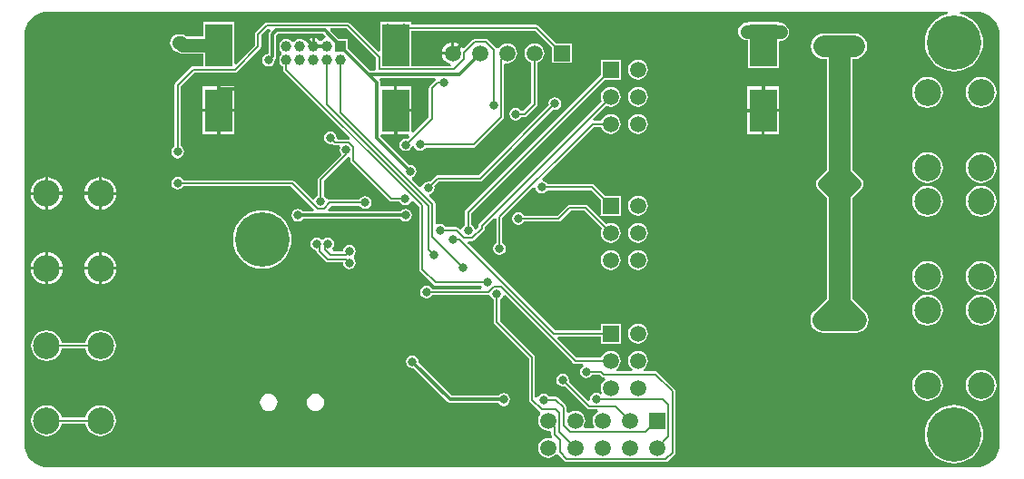
<source format=gbl>
%FSLAX24Y24*%
%MOIN*%
G70*
G01*
G75*
G04 Layer_Physical_Order=2*
G04 Layer_Color=16711680*
%ADD10R,0.0512X0.0394*%
%ADD11R,0.0354X0.0315*%
%ADD12R,0.0315X0.0354*%
%ADD13R,0.0394X0.0512*%
%ADD14O,0.0827X0.0276*%
%ADD15R,0.0790X0.0980*%
%ADD16R,0.0200X0.0940*%
%ADD17R,0.1350X0.1850*%
%ADD18R,0.0532X0.0846*%
%ADD19R,0.0394X0.0945*%
%ADD20R,0.2185X0.2677*%
%ADD21O,0.0827X0.0118*%
%ADD22O,0.0118X0.0827*%
%ADD23R,0.1378X0.0787*%
%ADD24R,0.0571X0.0236*%
%ADD25R,0.1575X0.1181*%
%ADD26R,0.0453X0.0236*%
%ADD27R,0.0236X0.0453*%
%ADD28R,0.0551X0.0433*%
%ADD29R,0.0433X0.0551*%
%ADD30R,0.2200X0.0830*%
%ADD31R,0.0984X0.1575*%
%ADD32C,0.0400*%
%ADD33C,0.0200*%
%ADD34C,0.0500*%
%ADD35C,0.0080*%
%ADD36C,0.0120*%
%ADD37C,0.0800*%
%ADD38C,0.0250*%
%ADD39C,0.0591*%
%ADD40R,0.0591X0.0591*%
%ADD41R,0.0591X0.0591*%
%ADD42C,0.2000*%
%ADD43C,0.0984*%
%ADD44R,0.0394X0.0394*%
%ADD45C,0.0394*%
%ADD46C,0.0320*%
G36*
X48102Y48492D02*
X48266Y48442D01*
X48418Y48361D01*
X48552Y48252D01*
X48661Y48118D01*
X48742Y47966D01*
X48792Y47802D01*
X48809Y47635D01*
X48808Y47630D01*
Y41690D01*
Y39770D01*
Y32630D01*
X48809Y32625D01*
X48792Y32458D01*
X48742Y32294D01*
X48661Y32142D01*
X48552Y32008D01*
X48418Y31899D01*
X48266Y31818D01*
X48102Y31768D01*
X47935Y31751D01*
X47930Y31752D01*
X13880D01*
X13875Y31751D01*
X13708Y31768D01*
X13544Y31818D01*
X13392Y31899D01*
X13258Y32008D01*
X13149Y32142D01*
X13068Y32294D01*
X13018Y32458D01*
X13001Y32625D01*
X13002Y32630D01*
Y47630D01*
X13001Y47635D01*
X13018Y47802D01*
X13068Y47966D01*
X13149Y48118D01*
X13258Y48252D01*
X13392Y48361D01*
X13544Y48442D01*
X13708Y48492D01*
X13875Y48509D01*
X13880Y48508D01*
X46901D01*
X46910Y48428D01*
X46798Y48401D01*
X46643Y48336D01*
X46499Y48248D01*
X46371Y48139D01*
X46262Y48011D01*
X46174Y47867D01*
X46109Y47712D01*
X46070Y47548D01*
X46057Y47380D01*
X46070Y47212D01*
X46109Y47048D01*
X46174Y46893D01*
X46262Y46749D01*
X46371Y46621D01*
X46499Y46512D01*
X46643Y46424D01*
X46798Y46359D01*
X46962Y46320D01*
X47130Y46307D01*
X47298Y46320D01*
X47462Y46359D01*
X47617Y46424D01*
X47761Y46512D01*
X47889Y46621D01*
X47998Y46749D01*
X48086Y46893D01*
X48151Y47048D01*
X48190Y47212D01*
X48203Y47380D01*
X48190Y47548D01*
X48151Y47712D01*
X48086Y47867D01*
X47998Y48011D01*
X47889Y48139D01*
X47761Y48248D01*
X47617Y48336D01*
X47462Y48401D01*
X47350Y48428D01*
X47359Y48508D01*
X47930D01*
X47935Y48509D01*
X48102Y48492D01*
D02*
G37*
%LPC*%
G36*
X35530Y39748D02*
X35435Y39736D01*
X35346Y39699D01*
X35269Y39641D01*
X35211Y39564D01*
X35174Y39475D01*
X35162Y39380D01*
X35174Y39285D01*
X35211Y39196D01*
X35269Y39119D01*
X35346Y39061D01*
X35435Y39024D01*
X35530Y39012D01*
X35625Y39024D01*
X35714Y39061D01*
X35791Y39119D01*
X35849Y39196D01*
X35886Y39285D01*
X35898Y39380D01*
X35886Y39475D01*
X35849Y39564D01*
X35791Y39641D01*
X35714Y39699D01*
X35625Y39736D01*
X35530Y39748D01*
D02*
G37*
G36*
X13770Y39664D02*
X13704Y39658D01*
X13592Y39624D01*
X13490Y39569D01*
X13399Y39495D01*
X13325Y39405D01*
X13270Y39302D01*
X13237Y39190D01*
X13230Y39124D01*
X13770D01*
Y39664D01*
D02*
G37*
G36*
X21730Y41203D02*
X21562Y41190D01*
X21398Y41151D01*
X21243Y41086D01*
X21099Y40998D01*
X20971Y40889D01*
X20862Y40761D01*
X20774Y40617D01*
X20709Y40462D01*
X20670Y40298D01*
X20657Y40130D01*
X20670Y39962D01*
X20709Y39798D01*
X20774Y39643D01*
X20862Y39499D01*
X20971Y39371D01*
X21099Y39262D01*
X21243Y39174D01*
X21398Y39109D01*
X21562Y39070D01*
X21730Y39057D01*
X21898Y39070D01*
X22062Y39109D01*
X22217Y39174D01*
X22361Y39262D01*
X22489Y39371D01*
X22598Y39499D01*
X22686Y39643D01*
X22751Y39798D01*
X22790Y39962D01*
X22803Y40130D01*
X22790Y40298D01*
X22751Y40462D01*
X22686Y40617D01*
X22598Y40761D01*
X22489Y40889D01*
X22361Y40998D01*
X22217Y41086D01*
X22062Y41151D01*
X21898Y41190D01*
X21730Y41203D01*
D02*
G37*
G36*
X15739Y39024D02*
X15199D01*
X15205Y38958D01*
X15239Y38846D01*
X15294Y38744D01*
X15368Y38653D01*
X15458Y38579D01*
X15561Y38524D01*
X15673Y38491D01*
X15739Y38484D01*
Y39024D01*
D02*
G37*
G36*
X14410D02*
X13870D01*
Y38484D01*
X13936Y38491D01*
X14048Y38524D01*
X14151Y38579D01*
X14241Y38653D01*
X14315Y38744D01*
X14370Y38846D01*
X14404Y38958D01*
X14410Y39024D01*
D02*
G37*
G36*
X34530Y39748D02*
X34435Y39736D01*
X34346Y39699D01*
X34269Y39641D01*
X34211Y39564D01*
X34174Y39475D01*
X34162Y39380D01*
X34174Y39285D01*
X34211Y39196D01*
X34269Y39119D01*
X34346Y39061D01*
X34435Y39024D01*
X34530Y39012D01*
X34625Y39024D01*
X34714Y39061D01*
X34791Y39119D01*
X34849Y39196D01*
X34886Y39285D01*
X34898Y39380D01*
X34886Y39475D01*
X34849Y39564D01*
X34791Y39641D01*
X34714Y39699D01*
X34625Y39736D01*
X34530Y39748D01*
D02*
G37*
G36*
X16379Y39024D02*
X15839D01*
Y38484D01*
X15905Y38491D01*
X16016Y38524D01*
X16119Y38579D01*
X16209Y38653D01*
X16283Y38744D01*
X16338Y38846D01*
X16372Y38958D01*
X16379Y39024D01*
D02*
G37*
G36*
X24150Y40215D02*
X24060Y40197D01*
X23984Y40146D01*
X23980Y40140D01*
X23900D01*
X23896Y40146D01*
X23820Y40197D01*
X23730Y40215D01*
X23640Y40197D01*
X23564Y40146D01*
X23513Y40070D01*
X23495Y39980D01*
X23513Y39890D01*
X23564Y39814D01*
X23640Y39763D01*
X23682Y39755D01*
X23738Y39705D01*
X23746Y39663D01*
X23771Y39626D01*
X24076Y39321D01*
X24076Y39321D01*
X24113Y39296D01*
X24155Y39288D01*
X24689D01*
X24695Y39280D01*
X24713Y39190D01*
X24764Y39114D01*
X24840Y39063D01*
X24930Y39045D01*
X25020Y39063D01*
X25096Y39114D01*
X25147Y39190D01*
X25165Y39280D01*
X25147Y39370D01*
X25096Y39446D01*
X25090Y39450D01*
Y39530D01*
X25096Y39534D01*
X25147Y39610D01*
X25165Y39700D01*
X25147Y39790D01*
X25096Y39866D01*
X25020Y39917D01*
X24930Y39935D01*
X24840Y39917D01*
X24764Y39866D01*
X24713Y39790D01*
X24695Y39700D01*
X24689Y39692D01*
X24354D01*
X24324Y39727D01*
X24316Y39814D01*
X24367Y39890D01*
X24385Y39980D01*
X24367Y40070D01*
X24316Y40146D01*
X24240Y40197D01*
X24150Y40215D01*
D02*
G37*
G36*
X46161Y42103D02*
X46015Y42084D01*
X45878Y42027D01*
X45761Y41937D01*
X45670Y41819D01*
X45614Y41683D01*
X45595Y41536D01*
X45614Y41389D01*
X45670Y41252D01*
X45761Y41135D01*
X45878Y41045D01*
X46015Y40988D01*
X46161Y40969D01*
X46308Y40988D01*
X46445Y41045D01*
X46562Y41135D01*
X46653Y41252D01*
X46709Y41389D01*
X46728Y41536D01*
X46709Y41683D01*
X46653Y41819D01*
X46562Y41937D01*
X46445Y42027D01*
X46308Y42084D01*
X46161Y42103D01*
D02*
G37*
G36*
X48130D02*
X47983Y42084D01*
X47847Y42027D01*
X47729Y41937D01*
X47639Y41819D01*
X47582Y41683D01*
X47563Y41536D01*
X47582Y41389D01*
X47639Y41252D01*
X47729Y41135D01*
X47847Y41045D01*
X47983Y40988D01*
X48130Y40969D01*
X48277Y40988D01*
X48413Y41045D01*
X48531Y41135D01*
X48621Y41252D01*
X48678Y41389D01*
X48697Y41536D01*
X48678Y41683D01*
X48621Y41819D01*
X48531Y41937D01*
X48413Y42027D01*
X48277Y42084D01*
X48130Y42103D01*
D02*
G37*
G36*
X35530Y40748D02*
X35435Y40736D01*
X35346Y40699D01*
X35269Y40641D01*
X35211Y40564D01*
X35174Y40475D01*
X35162Y40380D01*
X35174Y40285D01*
X35211Y40196D01*
X35269Y40119D01*
X35346Y40061D01*
X35435Y40024D01*
X35530Y40012D01*
X35625Y40024D01*
X35714Y40061D01*
X35791Y40119D01*
X35849Y40196D01*
X35886Y40285D01*
X35898Y40380D01*
X35886Y40475D01*
X35849Y40564D01*
X35791Y40641D01*
X35714Y40699D01*
X35625Y40736D01*
X35530Y40748D01*
D02*
G37*
G36*
X13870Y39664D02*
Y39124D01*
X14410D01*
X14404Y39190D01*
X14370Y39302D01*
X14315Y39405D01*
X14241Y39495D01*
X14151Y39569D01*
X14048Y39624D01*
X13936Y39658D01*
X13870Y39664D01*
D02*
G37*
G36*
X15739D02*
X15673Y39658D01*
X15561Y39624D01*
X15458Y39569D01*
X15368Y39495D01*
X15294Y39405D01*
X15239Y39302D01*
X15205Y39190D01*
X15199Y39124D01*
X15739D01*
Y39664D01*
D02*
G37*
G36*
X15839D02*
Y39124D01*
X16379D01*
X16372Y39190D01*
X16338Y39302D01*
X16283Y39405D01*
X16209Y39495D01*
X16119Y39569D01*
X16016Y39624D01*
X15905Y39658D01*
X15839Y39664D01*
D02*
G37*
G36*
X13770Y39024D02*
X13230D01*
X13237Y38958D01*
X13270Y38846D01*
X13325Y38744D01*
X13399Y38653D01*
X13490Y38579D01*
X13592Y38524D01*
X13704Y38491D01*
X13770Y38484D01*
Y39024D01*
D02*
G37*
G36*
X27250Y35875D02*
X27160Y35857D01*
X27084Y35806D01*
X27033Y35730D01*
X27015Y35640D01*
X27033Y35550D01*
X27084Y35474D01*
X27160Y35423D01*
X27250Y35405D01*
X27289Y35413D01*
X28546Y34156D01*
X28589Y34128D01*
X28640Y34117D01*
X30412D01*
X30434Y34084D01*
X30510Y34033D01*
X30600Y34015D01*
X30690Y34033D01*
X30766Y34084D01*
X30817Y34160D01*
X30835Y34250D01*
X30817Y34340D01*
X30766Y34416D01*
X30690Y34467D01*
X30600Y34485D01*
X30510Y34467D01*
X30434Y34416D01*
X30412Y34383D01*
X28695D01*
X27477Y35601D01*
X27485Y35640D01*
X27467Y35730D01*
X27416Y35806D01*
X27340Y35857D01*
X27250Y35875D01*
D02*
G37*
G36*
X46161Y35347D02*
X46015Y35328D01*
X45878Y35271D01*
X45761Y35181D01*
X45670Y35063D01*
X45614Y34927D01*
X45595Y34780D01*
X45614Y34633D01*
X45670Y34497D01*
X45761Y34379D01*
X45878Y34289D01*
X46015Y34232D01*
X46161Y34213D01*
X46308Y34232D01*
X46445Y34289D01*
X46562Y34379D01*
X46653Y34497D01*
X46709Y34633D01*
X46728Y34780D01*
X46709Y34927D01*
X46653Y35063D01*
X46562Y35181D01*
X46445Y35271D01*
X46308Y35328D01*
X46161Y35347D01*
D02*
G37*
G36*
X48130D02*
X47983Y35328D01*
X47847Y35271D01*
X47729Y35181D01*
X47639Y35063D01*
X47582Y34927D01*
X47563Y34780D01*
X47582Y34633D01*
X47639Y34497D01*
X47729Y34379D01*
X47847Y34289D01*
X47983Y34232D01*
X48130Y34213D01*
X48277Y34232D01*
X48413Y34289D01*
X48531Y34379D01*
X48621Y34497D01*
X48678Y34633D01*
X48697Y34780D01*
X48678Y34927D01*
X48621Y35063D01*
X48531Y35181D01*
X48413Y35271D01*
X48277Y35328D01*
X48130Y35347D01*
D02*
G37*
G36*
X23690Y34473D02*
X23606Y34462D01*
X23529Y34430D01*
X23462Y34378D01*
X23410Y34311D01*
X23378Y34234D01*
X23367Y34150D01*
X23378Y34066D01*
X23410Y33989D01*
X23462Y33922D01*
X23529Y33870D01*
X23606Y33838D01*
X23690Y33827D01*
X23774Y33838D01*
X23851Y33870D01*
X23918Y33922D01*
X23970Y33989D01*
X24002Y34066D01*
X24013Y34150D01*
X24002Y34234D01*
X23970Y34311D01*
X23918Y34378D01*
X23851Y34430D01*
X23774Y34462D01*
X23690Y34473D01*
D02*
G37*
G36*
X47130Y34053D02*
X46962Y34040D01*
X46798Y34001D01*
X46643Y33936D01*
X46499Y33848D01*
X46371Y33739D01*
X46262Y33611D01*
X46174Y33467D01*
X46109Y33312D01*
X46070Y33148D01*
X46057Y32980D01*
X46070Y32812D01*
X46109Y32648D01*
X46174Y32493D01*
X46262Y32349D01*
X46371Y32221D01*
X46499Y32112D01*
X46643Y32024D01*
X46798Y31959D01*
X46962Y31920D01*
X47130Y31907D01*
X47298Y31920D01*
X47462Y31959D01*
X47617Y32024D01*
X47761Y32112D01*
X47889Y32221D01*
X47998Y32349D01*
X48086Y32493D01*
X48151Y32648D01*
X48190Y32812D01*
X48203Y32980D01*
X48190Y33148D01*
X48151Y33312D01*
X48086Y33467D01*
X47998Y33611D01*
X47889Y33739D01*
X47761Y33848D01*
X47617Y33936D01*
X47462Y34001D01*
X47298Y34040D01*
X47130Y34053D01*
D02*
G37*
G36*
X15789Y34041D02*
X15642Y34022D01*
X15505Y33965D01*
X15388Y33875D01*
X15298Y33758D01*
X15241Y33621D01*
X15236Y33586D01*
X14372D01*
X14368Y33621D01*
X14311Y33758D01*
X14221Y33875D01*
X14104Y33965D01*
X13967Y34022D01*
X13820Y34041D01*
X13673Y34022D01*
X13537Y33965D01*
X13419Y33875D01*
X13329Y33758D01*
X13272Y33621D01*
X13253Y33474D01*
X13272Y33327D01*
X13329Y33191D01*
X13419Y33073D01*
X13537Y32983D01*
X13673Y32926D01*
X13820Y32907D01*
X13967Y32926D01*
X14104Y32983D01*
X14221Y33073D01*
X14311Y33191D01*
X14368Y33327D01*
X14372Y33362D01*
X15236D01*
X15241Y33327D01*
X15298Y33191D01*
X15388Y33073D01*
X15505Y32983D01*
X15642Y32926D01*
X15789Y32907D01*
X15935Y32926D01*
X16072Y32983D01*
X16190Y33073D01*
X16280Y33191D01*
X16336Y33327D01*
X16356Y33474D01*
X16336Y33621D01*
X16280Y33758D01*
X16190Y33875D01*
X16072Y33965D01*
X15935Y34022D01*
X15789Y34041D01*
D02*
G37*
G36*
X21970Y34473D02*
X21886Y34462D01*
X21809Y34430D01*
X21742Y34378D01*
X21690Y34311D01*
X21658Y34234D01*
X21647Y34150D01*
X21658Y34066D01*
X21690Y33989D01*
X21742Y33922D01*
X21809Y33870D01*
X21886Y33838D01*
X21970Y33827D01*
X22054Y33838D01*
X22131Y33870D01*
X22198Y33922D01*
X22250Y33989D01*
X22282Y34066D01*
X22293Y34150D01*
X22282Y34234D01*
X22250Y34311D01*
X22198Y34378D01*
X22131Y34430D01*
X22054Y34462D01*
X21970Y34473D01*
D02*
G37*
G36*
X48130Y38103D02*
X47983Y38084D01*
X47847Y38027D01*
X47729Y37937D01*
X47639Y37819D01*
X47582Y37683D01*
X47563Y37536D01*
X47582Y37389D01*
X47639Y37252D01*
X47729Y37135D01*
X47847Y37045D01*
X47983Y36988D01*
X48130Y36969D01*
X48277Y36988D01*
X48413Y37045D01*
X48531Y37135D01*
X48621Y37252D01*
X48678Y37389D01*
X48697Y37536D01*
X48678Y37683D01*
X48621Y37819D01*
X48531Y37937D01*
X48413Y38027D01*
X48277Y38084D01*
X48130Y38103D01*
D02*
G37*
G36*
X46161Y39347D02*
X46015Y39328D01*
X45878Y39271D01*
X45761Y39181D01*
X45670Y39063D01*
X45614Y38927D01*
X45595Y38780D01*
X45614Y38633D01*
X45670Y38497D01*
X45761Y38379D01*
X45878Y38289D01*
X46015Y38232D01*
X46161Y38213D01*
X46308Y38232D01*
X46445Y38289D01*
X46562Y38379D01*
X46653Y38497D01*
X46709Y38633D01*
X46728Y38780D01*
X46709Y38927D01*
X46653Y39063D01*
X46562Y39181D01*
X46445Y39271D01*
X46308Y39328D01*
X46161Y39347D01*
D02*
G37*
G36*
X48130D02*
X47983Y39328D01*
X47847Y39271D01*
X47729Y39181D01*
X47639Y39063D01*
X47582Y38927D01*
X47563Y38780D01*
X47582Y38633D01*
X47639Y38497D01*
X47729Y38379D01*
X47847Y38289D01*
X47983Y38232D01*
X48130Y38213D01*
X48277Y38232D01*
X48413Y38289D01*
X48531Y38379D01*
X48621Y38497D01*
X48678Y38633D01*
X48697Y38780D01*
X48678Y38927D01*
X48621Y39063D01*
X48531Y39181D01*
X48413Y39271D01*
X48277Y39328D01*
X48130Y39347D01*
D02*
G37*
G36*
X46161Y38103D02*
X46015Y38084D01*
X45878Y38027D01*
X45761Y37937D01*
X45670Y37819D01*
X45614Y37683D01*
X45595Y37536D01*
X45614Y37389D01*
X45670Y37252D01*
X45761Y37135D01*
X45878Y37045D01*
X46015Y36988D01*
X46161Y36969D01*
X46308Y36988D01*
X46445Y37045D01*
X46562Y37135D01*
X46653Y37252D01*
X46709Y37389D01*
X46728Y37536D01*
X46709Y37683D01*
X46653Y37819D01*
X46562Y37937D01*
X46445Y38027D01*
X46308Y38084D01*
X46161Y38103D01*
D02*
G37*
G36*
X35530Y37048D02*
X35435Y37036D01*
X35346Y36999D01*
X35269Y36941D01*
X35211Y36864D01*
X35174Y36775D01*
X35162Y36680D01*
X35174Y36585D01*
X35211Y36496D01*
X35269Y36419D01*
X35346Y36361D01*
X35435Y36324D01*
X35530Y36312D01*
X35625Y36324D01*
X35714Y36361D01*
X35791Y36419D01*
X35849Y36496D01*
X35886Y36585D01*
X35898Y36680D01*
X35886Y36775D01*
X35849Y36864D01*
X35791Y36941D01*
X35714Y36999D01*
X35625Y37036D01*
X35530Y37048D01*
D02*
G37*
G36*
X15789Y36797D02*
X15642Y36778D01*
X15505Y36721D01*
X15388Y36631D01*
X15298Y36513D01*
X15241Y36377D01*
X15236Y36342D01*
X14372D01*
X14368Y36377D01*
X14311Y36513D01*
X14221Y36631D01*
X14104Y36721D01*
X13967Y36778D01*
X13820Y36797D01*
X13673Y36778D01*
X13537Y36721D01*
X13419Y36631D01*
X13329Y36513D01*
X13272Y36377D01*
X13253Y36230D01*
X13272Y36083D01*
X13329Y35947D01*
X13419Y35829D01*
X13537Y35739D01*
X13673Y35682D01*
X13820Y35663D01*
X13967Y35682D01*
X14104Y35739D01*
X14221Y35829D01*
X14311Y35947D01*
X14368Y36083D01*
X14372Y36118D01*
X15236D01*
X15241Y36083D01*
X15298Y35947D01*
X15388Y35829D01*
X15505Y35739D01*
X15642Y35682D01*
X15789Y35663D01*
X15935Y35682D01*
X16072Y35739D01*
X16190Y35829D01*
X16280Y35947D01*
X16336Y36083D01*
X16356Y36230D01*
X16336Y36377D01*
X16280Y36513D01*
X16190Y36631D01*
X16072Y36721D01*
X15935Y36778D01*
X15789Y36797D01*
D02*
G37*
G36*
X43472Y47712D02*
X42358D01*
X42235Y47696D01*
X42120Y47648D01*
X42022Y47573D01*
X41947Y47475D01*
X41900Y47361D01*
X41883Y47238D01*
X41900Y47115D01*
X41947Y47001D01*
X42022Y46903D01*
X42120Y46827D01*
X42235Y46780D01*
X42358Y46764D01*
X42456D01*
Y42780D01*
Y42691D01*
X42137Y42373D01*
X42094Y42316D01*
X42067Y42250D01*
X42058Y42180D01*
X42067Y42110D01*
X42094Y42044D01*
X42137Y41987D01*
X42456Y41669D01*
Y41580D01*
Y37976D01*
X41995Y37515D01*
X41919Y37417D01*
X41872Y37303D01*
X41856Y37180D01*
X41872Y37057D01*
X41919Y36943D01*
X41995Y36845D01*
X42093Y36769D01*
X42207Y36722D01*
X42330Y36706D01*
X43530D01*
X43653Y36722D01*
X43767Y36769D01*
X43865Y36845D01*
X43941Y36943D01*
X43988Y37057D01*
X44004Y37180D01*
X43988Y37303D01*
X43941Y37417D01*
X43865Y37515D01*
X43404Y37976D01*
Y41580D01*
Y41669D01*
X43723Y41987D01*
X43766Y42044D01*
X43793Y42110D01*
X43794Y42118D01*
X43802Y42180D01*
X43794Y42242D01*
X43793Y42250D01*
X43766Y42316D01*
X43723Y42373D01*
X43404Y42691D01*
Y42780D01*
Y46764D01*
X43472D01*
X43595Y46780D01*
X43709Y46827D01*
X43807Y46903D01*
X43883Y47001D01*
X43930Y47115D01*
X43946Y47238D01*
X43930Y47361D01*
X43883Y47475D01*
X43807Y47573D01*
X43709Y47648D01*
X43595Y47696D01*
X43472Y47712D01*
D02*
G37*
G36*
X35530Y41748D02*
X35435Y41736D01*
X35346Y41699D01*
X35269Y41641D01*
X35211Y41564D01*
X35174Y41475D01*
X35162Y41380D01*
X35174Y41285D01*
X35211Y41196D01*
X35269Y41119D01*
X35346Y41061D01*
X35435Y41024D01*
X35530Y41012D01*
X35625Y41024D01*
X35714Y41061D01*
X35791Y41119D01*
X35849Y41196D01*
X35886Y41285D01*
X35898Y41380D01*
X35886Y41475D01*
X35849Y41564D01*
X35791Y41641D01*
X35714Y41699D01*
X35625Y41736D01*
X35530Y41748D01*
D02*
G37*
G36*
X27222Y45766D02*
X26680D01*
Y44928D01*
X27222D01*
Y45766D01*
D02*
G37*
G36*
X40080D02*
X39538D01*
Y44928D01*
X40080D01*
Y45766D01*
D02*
G37*
G36*
X40722D02*
X40180D01*
Y44928D01*
X40722D01*
Y45766D01*
D02*
G37*
G36*
X20722D02*
X20180D01*
Y44928D01*
X20722D01*
Y45766D01*
D02*
G37*
G36*
X35530Y44748D02*
X35435Y44736D01*
X35346Y44699D01*
X35269Y44641D01*
X35211Y44564D01*
X35174Y44475D01*
X35162Y44380D01*
X35174Y44285D01*
X35211Y44196D01*
X35269Y44119D01*
X35346Y44061D01*
X35435Y44024D01*
X35530Y44012D01*
X35625Y44024D01*
X35714Y44061D01*
X35791Y44119D01*
X35849Y44196D01*
X35886Y44285D01*
X35898Y44380D01*
X35886Y44475D01*
X35849Y44564D01*
X35791Y44641D01*
X35714Y44699D01*
X35625Y44736D01*
X35530Y44748D01*
D02*
G37*
G36*
X31730Y47348D02*
X31635Y47336D01*
X31546Y47299D01*
X31469Y47241D01*
X31411Y47164D01*
X31374Y47075D01*
X31362Y46980D01*
X31374Y46885D01*
X31411Y46796D01*
X31469Y46719D01*
X31546Y46661D01*
X31618Y46631D01*
Y45156D01*
X31316Y44855D01*
X31237Y44860D01*
X31206Y44906D01*
X31130Y44957D01*
X31040Y44975D01*
X30950Y44957D01*
X30874Y44906D01*
X30823Y44830D01*
X30805Y44740D01*
X30823Y44650D01*
X30874Y44574D01*
X30950Y44523D01*
X31040Y44505D01*
X31130Y44523D01*
X31206Y44574D01*
X31242Y44628D01*
X31360D01*
X31360Y44628D01*
X31403Y44636D01*
X31439Y44661D01*
X31809Y45031D01*
X31834Y45067D01*
X31842Y45110D01*
X31842Y45110D01*
Y46631D01*
X31914Y46661D01*
X31991Y46719D01*
X32049Y46796D01*
X32086Y46885D01*
X32098Y46980D01*
X32086Y47075D01*
X32049Y47164D01*
X31991Y47241D01*
X31914Y47299D01*
X31825Y47336D01*
X31730Y47348D01*
D02*
G37*
G36*
X20080Y45766D02*
X19538D01*
Y44928D01*
X20080D01*
Y45766D01*
D02*
G37*
G36*
X28680Y47372D02*
X28627Y47365D01*
X28531Y47325D01*
X28448Y47262D01*
X28385Y47179D01*
X28345Y47083D01*
X28338Y47030D01*
X28680D01*
Y47372D01*
D02*
G37*
G36*
X27192Y48137D02*
X26068D01*
Y47065D01*
X25994Y47035D01*
X24949Y48079D01*
X24913Y48104D01*
X24870Y48112D01*
X24870Y48112D01*
X21900D01*
X21857Y48104D01*
X21821Y48079D01*
X21821Y48079D01*
X21501Y47759D01*
X21476Y47723D01*
X21468Y47680D01*
X21468Y47680D01*
Y47266D01*
X20772Y46571D01*
X20692Y46604D01*
Y48137D01*
X19568D01*
Y47603D01*
X18948D01*
X18907Y47635D01*
X18829Y47667D01*
X18745Y47678D01*
X18670D01*
X18587Y47667D01*
X18509Y47635D01*
X18442Y47583D01*
X18391Y47516D01*
X18358Y47439D01*
X18347Y47355D01*
X18358Y47271D01*
X18391Y47194D01*
X18442Y47127D01*
X18509Y47075D01*
X18587Y47043D01*
X18606Y47041D01*
X18659Y47000D01*
X18737Y46968D01*
X18820Y46957D01*
X19568D01*
Y46492D01*
X19200D01*
X19200Y46492D01*
X19157Y46484D01*
X19121Y46459D01*
X19121Y46459D01*
X18551Y45889D01*
X18526Y45853D01*
X18518Y45810D01*
X18518Y45810D01*
Y43552D01*
X18464Y43516D01*
X18413Y43440D01*
X18395Y43350D01*
X18413Y43260D01*
X18464Y43184D01*
X18540Y43133D01*
X18630Y43115D01*
X18720Y43133D01*
X18796Y43184D01*
X18847Y43260D01*
X18865Y43350D01*
X18847Y43440D01*
X18796Y43516D01*
X18742Y43552D01*
Y45764D01*
X19246Y46268D01*
X20740D01*
X20740Y46268D01*
X20783Y46276D01*
X20819Y46301D01*
X21659Y47141D01*
X21659Y47141D01*
X21684Y47177D01*
X21692Y47220D01*
Y47634D01*
X21944Y47886D01*
X22012Y47879D01*
X22041Y47806D01*
X22010Y47775D01*
X21981Y47732D01*
X21971Y47681D01*
Y46955D01*
X21970Y46955D01*
X21880Y46937D01*
X21804Y46886D01*
X21753Y46810D01*
X21735Y46720D01*
X21753Y46630D01*
X21804Y46554D01*
X21880Y46503D01*
X21970Y46485D01*
X22060Y46503D01*
X22136Y46554D01*
X22187Y46630D01*
X22205Y46720D01*
X22197Y46759D01*
X22197Y46760D01*
X22226Y46803D01*
X22236Y46853D01*
Y47626D01*
X22295Y47685D01*
X23977D01*
X24060Y47602D01*
X24049Y47548D01*
X24034Y47516D01*
X23970Y47489D01*
X23908Y47442D01*
X23832D01*
X23770Y47489D01*
X23698Y47519D01*
X23670Y47523D01*
Y47230D01*
X23570D01*
Y47523D01*
X23543Y47519D01*
X23470Y47489D01*
X23408Y47442D01*
X23402Y47433D01*
X23310Y47420D01*
X23255Y47463D01*
X23190Y47490D01*
X23120Y47499D01*
X23050Y47490D01*
X22986Y47463D01*
X22930Y47420D01*
X22919Y47406D01*
X22822D01*
X22810Y47420D01*
X22755Y47463D01*
X22690Y47490D01*
X22620Y47499D01*
X22550Y47490D01*
X22486Y47463D01*
X22430Y47420D01*
X22387Y47365D01*
X22360Y47300D01*
X22351Y47230D01*
X22360Y47160D01*
X22387Y47095D01*
X22430Y47040D01*
X22444Y47029D01*
Y46931D01*
X22430Y46920D01*
X22387Y46865D01*
X22360Y46800D01*
X22351Y46730D01*
X22360Y46660D01*
X22387Y46595D01*
X22430Y46540D01*
X22486Y46497D01*
X22508Y46488D01*
Y46372D01*
X22508Y46372D01*
X22517Y46329D01*
X22541Y46292D01*
X24944Y43889D01*
X24931Y43845D01*
X24908Y43812D01*
X24533D01*
X24465Y43880D01*
X24447Y43970D01*
X24396Y44046D01*
X24320Y44097D01*
X24230Y44115D01*
X24140Y44097D01*
X24064Y44046D01*
X24013Y43970D01*
X23995Y43880D01*
X24013Y43790D01*
X24064Y43714D01*
X24140Y43663D01*
X24230Y43645D01*
X24293Y43658D01*
X24331Y43621D01*
X24331Y43621D01*
X24367Y43596D01*
X24410Y43588D01*
X24557D01*
X24591Y43508D01*
X24575Y43430D01*
X24593Y43340D01*
X24644Y43264D01*
X24646Y43245D01*
X23801Y42399D01*
X23776Y42363D01*
X23768Y42320D01*
X23768Y42320D01*
Y41732D01*
X23714Y41696D01*
X23670Y41630D01*
X23589Y41597D01*
X22907Y42279D01*
X22871Y42304D01*
X22828Y42312D01*
X22828Y42312D01*
X18832D01*
X18796Y42366D01*
X18720Y42417D01*
X18630Y42435D01*
X18540Y42417D01*
X18464Y42366D01*
X18413Y42290D01*
X18395Y42200D01*
X18413Y42110D01*
X18464Y42034D01*
X18540Y41983D01*
X18630Y41965D01*
X18720Y41983D01*
X18796Y42034D01*
X18832Y42088D01*
X22782D01*
X23637Y41233D01*
X23604Y41153D01*
X23228D01*
X23206Y41186D01*
X23130Y41237D01*
X23040Y41255D01*
X22950Y41237D01*
X22874Y41186D01*
X22823Y41110D01*
X22805Y41020D01*
X22823Y40930D01*
X22874Y40854D01*
X22950Y40803D01*
X23040Y40785D01*
X23130Y40803D01*
X23206Y40854D01*
X23228Y40887D01*
X26802D01*
X26824Y40854D01*
X26900Y40803D01*
X26990Y40785D01*
X27080Y40803D01*
X27156Y40854D01*
X27207Y40930D01*
X27225Y41020D01*
X27207Y41110D01*
X27156Y41186D01*
X27080Y41237D01*
X26990Y41255D01*
X26900Y41237D01*
X26824Y41186D01*
X26802Y41153D01*
X24156D01*
X24123Y41233D01*
X24268Y41378D01*
X25318D01*
X25354Y41324D01*
X25430Y41273D01*
X25520Y41255D01*
X25610Y41273D01*
X25686Y41324D01*
X25737Y41400D01*
X25755Y41490D01*
X25737Y41580D01*
X25686Y41656D01*
X25610Y41707D01*
X25520Y41725D01*
X25430Y41707D01*
X25354Y41656D01*
X25318Y41602D01*
X24222D01*
X24222Y41602D01*
X24183Y41594D01*
X24177Y41594D01*
X24099Y41619D01*
X24091Y41628D01*
X24046Y41696D01*
X23992Y41732D01*
Y42274D01*
X24888Y43169D01*
X24894Y43169D01*
X24968Y43144D01*
Y43030D01*
X24968Y43030D01*
X24976Y42987D01*
X25001Y42951D01*
X26401Y41551D01*
X26437Y41526D01*
X26480Y41518D01*
X26480Y41518D01*
X26778D01*
X26814Y41464D01*
X26890Y41413D01*
X26980Y41395D01*
X27070Y41413D01*
X27146Y41464D01*
X27190Y41530D01*
X27271Y41563D01*
X27498Y41335D01*
Y39040D01*
X27498Y39040D01*
X27506Y38997D01*
X27531Y38961D01*
X28021Y38471D01*
X28021Y38471D01*
X28057Y38446D01*
X28100Y38438D01*
X28100Y38438D01*
X29771D01*
X29808Y38388D01*
X29772Y38312D01*
X27972D01*
X27936Y38366D01*
X27860Y38417D01*
X27770Y38435D01*
X27680Y38417D01*
X27604Y38366D01*
X27553Y38290D01*
X27535Y38200D01*
X27553Y38110D01*
X27604Y38034D01*
X27680Y37983D01*
X27770Y37965D01*
X27860Y37983D01*
X27936Y38034D01*
X27972Y38088D01*
X30038D01*
X30038Y38088D01*
X30042Y38089D01*
X30133Y38042D01*
X30133Y38040D01*
X30184Y37964D01*
X30238Y37928D01*
Y37095D01*
X30238Y37095D01*
X30246Y37052D01*
X30271Y37016D01*
X31528Y35759D01*
Y34240D01*
X31528Y34240D01*
X31536Y34197D01*
X31561Y34161D01*
X31915Y33806D01*
X31915Y33806D01*
X31920Y33803D01*
X31925Y33796D01*
X31942Y33717D01*
X31940Y33702D01*
X31911Y33664D01*
X31874Y33575D01*
X31862Y33480D01*
X31874Y33385D01*
X31911Y33296D01*
X31969Y33219D01*
X32046Y33161D01*
X32135Y33124D01*
X32230Y33112D01*
X32270Y33117D01*
X32350Y33053D01*
Y32971D01*
X32350Y32971D01*
X32358Y32928D01*
X32376Y32902D01*
X32363Y32873D01*
X32325Y32836D01*
X32325Y32836D01*
X32230Y32848D01*
X32135Y32836D01*
X32046Y32799D01*
X31969Y32741D01*
X31911Y32664D01*
X31874Y32575D01*
X31862Y32480D01*
X31874Y32385D01*
X31911Y32296D01*
X31969Y32219D01*
X32046Y32161D01*
X32135Y32124D01*
X32230Y32112D01*
X32325Y32124D01*
X32414Y32161D01*
X32491Y32219D01*
X32495Y32226D01*
X32541Y32232D01*
X32596Y32225D01*
X32831Y31991D01*
X32831Y31991D01*
X32867Y31966D01*
X32910Y31958D01*
X32910Y31958D01*
X36550D01*
X36550Y31958D01*
X36593Y31966D01*
X36629Y31991D01*
X36869Y32231D01*
X36869Y32231D01*
X36894Y32267D01*
X36902Y32310D01*
Y34560D01*
X36894Y34603D01*
X36869Y34639D01*
X36869Y34639D01*
X36249Y35259D01*
X36213Y35284D01*
X36170Y35292D01*
X36170Y35292D01*
X35750D01*
X35740Y35312D01*
X35729Y35372D01*
X35791Y35419D01*
X35849Y35496D01*
X35886Y35585D01*
X35898Y35680D01*
X35886Y35775D01*
X35849Y35864D01*
X35791Y35941D01*
X35714Y35999D01*
X35625Y36036D01*
X35530Y36048D01*
X35435Y36036D01*
X35346Y35999D01*
X35269Y35941D01*
X35211Y35864D01*
X35174Y35775D01*
X35162Y35680D01*
X35174Y35585D01*
X35211Y35496D01*
X35269Y35419D01*
X35331Y35372D01*
X35320Y35312D01*
X35310Y35292D01*
X34750D01*
X34740Y35312D01*
X34729Y35372D01*
X34791Y35419D01*
X34849Y35496D01*
X34886Y35585D01*
X34898Y35680D01*
X34886Y35775D01*
X34849Y35864D01*
X34791Y35941D01*
X34714Y35999D01*
X34625Y36036D01*
X34530Y36048D01*
X34435Y36036D01*
X34346Y35999D01*
X34269Y35941D01*
X34211Y35864D01*
X34181Y35792D01*
X33276D01*
X32575Y36494D01*
X32605Y36568D01*
X34165D01*
Y36315D01*
X34895D01*
Y37045D01*
X34165D01*
Y36792D01*
X32489D01*
X29277Y40004D01*
X29307Y40078D01*
X29440D01*
X29440Y40078D01*
X29483Y40086D01*
X29519Y40111D01*
X29869Y40461D01*
X29869Y40461D01*
X29894Y40497D01*
X29902Y40540D01*
X29902Y40540D01*
Y40594D01*
X30248Y40939D01*
X30328Y40906D01*
Y40004D01*
X30274Y39968D01*
X30223Y39892D01*
X30205Y39802D01*
X30223Y39712D01*
X30274Y39636D01*
X30350Y39585D01*
X30440Y39568D01*
X30530Y39585D01*
X30606Y39636D01*
X30657Y39712D01*
X30675Y39802D01*
X30657Y39892D01*
X30606Y39968D01*
X30552Y40004D01*
Y40917D01*
X31677Y42043D01*
X31764Y42016D01*
X31773Y41970D01*
X31824Y41894D01*
X31900Y41843D01*
X31990Y41825D01*
X32080Y41843D01*
X32156Y41894D01*
X32192Y41948D01*
X33804D01*
X34165Y41587D01*
Y41095D01*
Y41095D01*
Y41094D01*
X34165Y41077D01*
X34155Y41008D01*
X34151Y41005D01*
X34138Y40992D01*
X34107Y40962D01*
X33689Y41379D01*
X33653Y41404D01*
X33610Y41412D01*
X33610Y41412D01*
X33018D01*
X32975Y41404D01*
X32939Y41379D01*
X32939Y41379D01*
X32572Y41012D01*
X31342D01*
X31306Y41066D01*
X31230Y41117D01*
X31140Y41135D01*
X31050Y41117D01*
X30974Y41066D01*
X30923Y40990D01*
X30905Y40900D01*
X30923Y40810D01*
X30974Y40734D01*
X31050Y40683D01*
X31140Y40665D01*
X31230Y40683D01*
X31306Y40734D01*
X31342Y40788D01*
X32618D01*
X32618Y40788D01*
X32661Y40796D01*
X32697Y40821D01*
X33065Y41188D01*
X33564D01*
X34204Y40547D01*
X34174Y40475D01*
X34162Y40380D01*
X34174Y40285D01*
X34211Y40196D01*
X34269Y40119D01*
X34346Y40061D01*
X34435Y40024D01*
X34530Y40012D01*
X34625Y40024D01*
X34714Y40061D01*
X34791Y40119D01*
X34849Y40196D01*
X34886Y40285D01*
X34898Y40380D01*
X34886Y40475D01*
X34849Y40564D01*
X34791Y40641D01*
X34714Y40699D01*
X34625Y40736D01*
X34530Y40748D01*
X34435Y40736D01*
X34363Y40706D01*
X34112Y40957D01*
X34142Y40988D01*
X34155Y41002D01*
X34158Y41005D01*
X34227Y41015D01*
X34244Y41015D01*
X34245D01*
X34245D01*
X34895D01*
Y41745D01*
X34323D01*
X33929Y42139D01*
X33893Y42164D01*
X33850Y42172D01*
X33850Y42172D01*
X32192D01*
X32156Y42226D01*
X32080Y42277D01*
X32034Y42286D01*
X32007Y42373D01*
X33903Y44268D01*
X34181D01*
X34211Y44196D01*
X34269Y44119D01*
X34346Y44061D01*
X34435Y44024D01*
X34530Y44012D01*
X34625Y44024D01*
X34714Y44061D01*
X34791Y44119D01*
X34849Y44196D01*
X34886Y44285D01*
X34898Y44380D01*
X34886Y44475D01*
X34849Y44564D01*
X34791Y44641D01*
X34714Y44699D01*
X34625Y44736D01*
X34530Y44748D01*
X34435Y44736D01*
X34346Y44699D01*
X34269Y44641D01*
X34211Y44564D01*
X34181Y44492D01*
X33914D01*
X33881Y44572D01*
X34363Y45054D01*
X34435Y45024D01*
X34530Y45012D01*
X34625Y45024D01*
X34714Y45061D01*
X34791Y45119D01*
X34849Y45196D01*
X34886Y45285D01*
X34898Y45380D01*
X34886Y45475D01*
X34849Y45564D01*
X34791Y45641D01*
X34714Y45699D01*
X34625Y45736D01*
X34530Y45748D01*
X34435Y45736D01*
X34346Y45699D01*
X34269Y45641D01*
X34211Y45564D01*
X34174Y45475D01*
X34162Y45380D01*
X34174Y45285D01*
X34204Y45213D01*
X29711Y40719D01*
X29686Y40683D01*
X29678Y40640D01*
X29678Y40640D01*
Y40586D01*
X29597Y40506D01*
X29510Y40532D01*
X29507Y40550D01*
X29456Y40626D01*
X29402Y40662D01*
Y41094D01*
X34323Y46015D01*
X34895D01*
Y46745D01*
X34165D01*
Y46173D01*
X29211Y41219D01*
X29186Y41183D01*
X29178Y41140D01*
X29178Y41140D01*
Y40662D01*
X29124Y40626D01*
X29073Y40550D01*
X29071Y40540D01*
X28985Y40514D01*
X28949Y40549D01*
X28913Y40574D01*
X28870Y40582D01*
X28870Y40582D01*
X28462D01*
X28426Y40636D01*
X28350Y40687D01*
X28260Y40705D01*
X28180Y40689D01*
X28148Y40698D01*
X28100Y40724D01*
Y41428D01*
X28100Y41428D01*
X28092Y41471D01*
X28067Y41507D01*
X28067Y41507D01*
X27856Y41719D01*
X27882Y41806D01*
X27920Y41813D01*
X27996Y41864D01*
X28047Y41940D01*
X28065Y42030D01*
X28052Y42093D01*
X28226Y42268D01*
X29730D01*
X29730Y42268D01*
X29773Y42276D01*
X29809Y42301D01*
X32417Y44908D01*
X32480Y44895D01*
X32570Y44913D01*
X32646Y44964D01*
X32697Y45040D01*
X32715Y45130D01*
X32697Y45220D01*
X32646Y45296D01*
X32570Y45347D01*
X32480Y45365D01*
X32390Y45347D01*
X32314Y45296D01*
X32263Y45220D01*
X32245Y45130D01*
X32258Y45067D01*
X29684Y42492D01*
X28180D01*
X28180Y42492D01*
X28137Y42484D01*
X28101Y42459D01*
X28101Y42459D01*
X27893Y42252D01*
X27830Y42265D01*
X27740Y42247D01*
X27664Y42196D01*
X27613Y42120D01*
X27606Y42082D01*
X27519Y42056D01*
X27232Y42343D01*
X27254Y42428D01*
X27257Y42431D01*
X27330Y42480D01*
X27381Y42556D01*
X27399Y42646D01*
X27381Y42735D01*
X27330Y42811D01*
X27254Y42862D01*
X27164Y42880D01*
X27125Y42872D01*
X26086Y43911D01*
X26106Y43991D01*
X26580D01*
Y44878D01*
Y45766D01*
X26073D01*
Y45910D01*
X26062Y45961D01*
X26036Y46000D01*
X26044Y46035D01*
X26062Y46080D01*
X28065D01*
X28112Y46006D01*
X28112Y46000D01*
X28081Y45979D01*
X28081Y45979D01*
X27881Y45779D01*
X27856Y45743D01*
X27848Y45700D01*
X27848Y45700D01*
Y44616D01*
X27302Y44071D01*
X27222Y44104D01*
Y44828D01*
X26680D01*
Y43991D01*
X27109D01*
X27142Y43911D01*
X27063Y43832D01*
X27000Y43845D01*
X26910Y43827D01*
X26834Y43776D01*
X26783Y43700D01*
X26765Y43610D01*
X26783Y43520D01*
X26834Y43444D01*
X26910Y43393D01*
X27000Y43375D01*
X27090Y43393D01*
X27166Y43444D01*
X27217Y43520D01*
X27225Y43563D01*
X27307D01*
X27313Y43530D01*
X27364Y43454D01*
X27440Y43403D01*
X27530Y43385D01*
X27620Y43403D01*
X27696Y43454D01*
X27732Y43508D01*
X29490D01*
X29490Y43508D01*
X29533Y43516D01*
X29569Y43541D01*
X30579Y44551D01*
X30579Y44551D01*
X30604Y44587D01*
X30612Y44630D01*
X30612Y44630D01*
Y46552D01*
X30692Y46617D01*
X30730Y46612D01*
X30825Y46624D01*
X30914Y46661D01*
X30991Y46719D01*
X31049Y46796D01*
X31086Y46885D01*
X31098Y46980D01*
X31086Y47075D01*
X31049Y47164D01*
X30991Y47241D01*
X30914Y47299D01*
X30825Y47336D01*
X30730Y47348D01*
X30635Y47336D01*
X30546Y47299D01*
X30469Y47241D01*
X30413Y47166D01*
X30378Y47160D01*
X30325Y47166D01*
X30309Y47189D01*
X30309Y47189D01*
X30034Y47465D01*
X29998Y47489D01*
X29955Y47497D01*
X29955Y47497D01*
X29535D01*
X29492Y47489D01*
X29456Y47465D01*
X29456Y47465D01*
X29154Y47163D01*
X29108Y47172D01*
X29068Y47189D01*
X29012Y47262D01*
X28929Y47325D01*
X28833Y47365D01*
X28780Y47372D01*
Y46980D01*
X28730D01*
Y46930D01*
X28338D01*
X28345Y46877D01*
X28385Y46781D01*
X28448Y46698D01*
X28531Y46635D01*
X28622Y46597D01*
X28628Y46593D01*
X28660Y46510D01*
X28650Y46495D01*
X27192D01*
Y47798D01*
X31754D01*
X32365Y47187D01*
Y46615D01*
X33095D01*
Y47345D01*
X32523D01*
X31879Y47989D01*
X31843Y48014D01*
X31800Y48022D01*
X31800Y48022D01*
X27192D01*
Y48137D01*
D02*
G37*
G36*
X40692D02*
X39568D01*
Y48103D01*
X39530D01*
X39446Y48092D01*
X39369Y48060D01*
X39302Y48008D01*
X39250Y47941D01*
X39218Y47864D01*
X39207Y47780D01*
X39218Y47696D01*
X39250Y47619D01*
X39302Y47552D01*
X39369Y47500D01*
X39446Y47468D01*
X39530Y47457D01*
X39568D01*
Y46423D01*
X40692D01*
Y47378D01*
X40752Y47431D01*
X40760Y47430D01*
X40843Y47441D01*
X40921Y47473D01*
X40988Y47524D01*
X41039Y47591D01*
X41072Y47669D01*
X41083Y47752D01*
X41072Y47836D01*
X41039Y47914D01*
X40988Y47981D01*
X40961Y48008D01*
X40894Y48060D01*
X40816Y48092D01*
X40732Y48103D01*
X40692D01*
Y48137D01*
D02*
G37*
G36*
X35530Y46748D02*
X35435Y46736D01*
X35346Y46699D01*
X35269Y46641D01*
X35211Y46564D01*
X35174Y46475D01*
X35162Y46380D01*
X35174Y46285D01*
X35211Y46196D01*
X35269Y46119D01*
X35346Y46061D01*
X35435Y46024D01*
X35530Y46012D01*
X35625Y46024D01*
X35714Y46061D01*
X35791Y46119D01*
X35849Y46196D01*
X35886Y46285D01*
X35898Y46380D01*
X35886Y46475D01*
X35849Y46564D01*
X35791Y46641D01*
X35714Y46699D01*
X35625Y46736D01*
X35530Y46748D01*
D02*
G37*
G36*
X46161Y46103D02*
X46015Y46084D01*
X45878Y46027D01*
X45761Y45937D01*
X45670Y45819D01*
X45614Y45683D01*
X45595Y45536D01*
X45614Y45389D01*
X45670Y45252D01*
X45761Y45135D01*
X45878Y45045D01*
X46015Y44988D01*
X46161Y44969D01*
X46308Y44988D01*
X46445Y45045D01*
X46562Y45135D01*
X46653Y45252D01*
X46709Y45389D01*
X46728Y45536D01*
X46709Y45683D01*
X46653Y45819D01*
X46562Y45937D01*
X46445Y46027D01*
X46308Y46084D01*
X46161Y46103D01*
D02*
G37*
G36*
X48130D02*
X47983Y46084D01*
X47847Y46027D01*
X47729Y45937D01*
X47639Y45819D01*
X47582Y45683D01*
X47563Y45536D01*
X47582Y45389D01*
X47639Y45252D01*
X47729Y45135D01*
X47847Y45045D01*
X47983Y44988D01*
X48130Y44969D01*
X48277Y44988D01*
X48413Y45045D01*
X48531Y45135D01*
X48621Y45252D01*
X48678Y45389D01*
X48697Y45536D01*
X48678Y45683D01*
X48621Y45819D01*
X48531Y45937D01*
X48413Y46027D01*
X48277Y46084D01*
X48130Y46103D01*
D02*
G37*
G36*
X35530Y45748D02*
X35435Y45736D01*
X35346Y45699D01*
X35269Y45641D01*
X35211Y45564D01*
X35174Y45475D01*
X35162Y45380D01*
X35174Y45285D01*
X35211Y45196D01*
X35269Y45119D01*
X35346Y45061D01*
X35435Y45024D01*
X35530Y45012D01*
X35625Y45024D01*
X35714Y45061D01*
X35791Y45119D01*
X35849Y45196D01*
X35886Y45285D01*
X35898Y45380D01*
X35886Y45475D01*
X35849Y45564D01*
X35791Y45641D01*
X35714Y45699D01*
X35625Y45736D01*
X35530Y45748D01*
D02*
G37*
G36*
X13770Y42420D02*
X13704Y42414D01*
X13592Y42380D01*
X13490Y42325D01*
X13399Y42251D01*
X13325Y42161D01*
X13270Y42058D01*
X13237Y41946D01*
X13230Y41880D01*
X13770D01*
Y42420D01*
D02*
G37*
G36*
X13870D02*
Y41880D01*
X14410D01*
X14404Y41946D01*
X14370Y42058D01*
X14315Y42161D01*
X14241Y42251D01*
X14151Y42325D01*
X14048Y42380D01*
X13936Y42414D01*
X13870Y42420D01*
D02*
G37*
G36*
X15739D02*
X15673Y42414D01*
X15561Y42380D01*
X15458Y42325D01*
X15368Y42251D01*
X15294Y42161D01*
X15239Y42058D01*
X15205Y41946D01*
X15199Y41880D01*
X15739D01*
Y42420D01*
D02*
G37*
G36*
X16379Y41780D02*
X15839D01*
Y41240D01*
X15905Y41246D01*
X16016Y41280D01*
X16119Y41335D01*
X16209Y41409D01*
X16283Y41499D01*
X16338Y41602D01*
X16372Y41714D01*
X16379Y41780D01*
D02*
G37*
G36*
X13770D02*
X13230D01*
X13237Y41714D01*
X13270Y41602D01*
X13325Y41499D01*
X13399Y41409D01*
X13490Y41335D01*
X13592Y41280D01*
X13704Y41246D01*
X13770Y41240D01*
Y41780D01*
D02*
G37*
G36*
X14410D02*
X13870D01*
Y41240D01*
X13936Y41246D01*
X14048Y41280D01*
X14151Y41335D01*
X14241Y41409D01*
X14315Y41499D01*
X14370Y41602D01*
X14404Y41714D01*
X14410Y41780D01*
D02*
G37*
G36*
X15739D02*
X15199D01*
X15205Y41714D01*
X15239Y41602D01*
X15294Y41499D01*
X15368Y41409D01*
X15458Y41335D01*
X15561Y41280D01*
X15673Y41246D01*
X15739Y41240D01*
Y41780D01*
D02*
G37*
G36*
X20722Y44828D02*
X20180D01*
Y43991D01*
X20722D01*
Y44828D01*
D02*
G37*
G36*
X20080D02*
X19538D01*
Y43991D01*
X20080D01*
Y44828D01*
D02*
G37*
G36*
X40722D02*
X40180D01*
Y43991D01*
X40722D01*
Y44828D01*
D02*
G37*
G36*
X40080D02*
X39538D01*
Y43991D01*
X40080D01*
Y44828D01*
D02*
G37*
G36*
X46161Y43347D02*
X46015Y43328D01*
X45878Y43271D01*
X45761Y43181D01*
X45670Y43063D01*
X45614Y42927D01*
X45595Y42780D01*
X45614Y42633D01*
X45670Y42497D01*
X45761Y42379D01*
X45878Y42289D01*
X46015Y42232D01*
X46161Y42213D01*
X46308Y42232D01*
X46445Y42289D01*
X46562Y42379D01*
X46653Y42497D01*
X46709Y42633D01*
X46728Y42780D01*
X46709Y42927D01*
X46653Y43063D01*
X46562Y43181D01*
X46445Y43271D01*
X46308Y43328D01*
X46161Y43347D01*
D02*
G37*
G36*
X15839Y42420D02*
Y41880D01*
X16379D01*
X16372Y41946D01*
X16338Y42058D01*
X16283Y42161D01*
X16209Y42251D01*
X16119Y42325D01*
X16016Y42380D01*
X15905Y42414D01*
X15839Y42420D01*
D02*
G37*
G36*
X48130Y43347D02*
X47983Y43328D01*
X47847Y43271D01*
X47729Y43181D01*
X47639Y43063D01*
X47582Y42927D01*
X47563Y42780D01*
X47582Y42633D01*
X47639Y42497D01*
X47729Y42379D01*
X47847Y42289D01*
X47983Y42232D01*
X48130Y42213D01*
X48277Y42232D01*
X48413Y42289D01*
X48531Y42379D01*
X48621Y42497D01*
X48678Y42633D01*
X48697Y42780D01*
X48678Y42927D01*
X48621Y43063D01*
X48531Y43181D01*
X48413Y43271D01*
X48277Y43328D01*
X48130Y43347D01*
D02*
G37*
%LPD*%
G36*
X33151Y35601D02*
X33151Y35601D01*
X33187Y35576D01*
X33230Y35568D01*
X33230Y35568D01*
X33514D01*
X33521Y35548D01*
X33527Y35488D01*
X33464Y35446D01*
X33413Y35370D01*
X33395Y35280D01*
X33413Y35190D01*
X33464Y35114D01*
X33540Y35063D01*
X33630Y35045D01*
X33720Y35063D01*
X33796Y35114D01*
X33832Y35168D01*
X34134D01*
X34201Y35101D01*
X34201Y35101D01*
X34237Y35076D01*
X34280Y35068D01*
X34310D01*
X34320Y35048D01*
X34331Y34988D01*
X34269Y34941D01*
X34211Y34864D01*
X34174Y34775D01*
X34162Y34680D01*
X34174Y34585D01*
X34211Y34496D01*
X34147Y34448D01*
X34090Y34487D01*
X34000Y34505D01*
X33910Y34487D01*
X33834Y34436D01*
X33783Y34360D01*
X33765Y34270D01*
X33771Y34240D01*
X33698Y34201D01*
X32992Y34907D01*
X33005Y34970D01*
X32987Y35060D01*
X32936Y35136D01*
X32860Y35187D01*
X32770Y35204D01*
X32680Y35187D01*
X32604Y35136D01*
X32553Y35060D01*
X32535Y34970D01*
X32553Y34880D01*
X32604Y34804D01*
X32680Y34753D01*
X32770Y34735D01*
X32833Y34748D01*
X33661Y33921D01*
X33661Y33921D01*
X33697Y33896D01*
X33740Y33888D01*
X33740Y33888D01*
X34051D01*
X34067Y33808D01*
X34046Y33799D01*
X33969Y33741D01*
X33911Y33664D01*
X33874Y33575D01*
X33862Y33480D01*
X33874Y33385D01*
X33911Y33296D01*
X33937Y33262D01*
X33897Y33182D01*
X33563D01*
X33523Y33262D01*
X33549Y33296D01*
X33586Y33385D01*
X33598Y33480D01*
X33586Y33575D01*
X33549Y33664D01*
X33491Y33741D01*
X33414Y33799D01*
X33325Y33836D01*
X33230Y33848D01*
X33135Y33836D01*
X33046Y33799D01*
X32994Y33759D01*
X32914Y33793D01*
Y33951D01*
X32914Y33951D01*
X32906Y33994D01*
X32881Y34031D01*
X32593Y34319D01*
X32556Y34344D01*
X32513Y34352D01*
X32513Y34352D01*
X32272D01*
X32236Y34406D01*
X32160Y34457D01*
X32070Y34475D01*
X31980Y34457D01*
X31904Y34406D01*
X31877Y34365D01*
X31787Y34340D01*
X31774Y34342D01*
X31752Y34358D01*
Y35805D01*
X31744Y35848D01*
X31719Y35884D01*
X31719Y35884D01*
X30462Y37141D01*
Y37928D01*
X30516Y37964D01*
X30567Y38040D01*
X30572Y38066D01*
X30659Y38093D01*
X33151Y35601D01*
D02*
G37*
G36*
X25916Y46796D02*
Y46383D01*
X25885Y46345D01*
X25692D01*
X24887Y47151D01*
Y47497D01*
X24541D01*
X24224Y47814D01*
X24254Y47888D01*
X24824D01*
X25916Y46796D01*
D02*
G37*
D31*
X20130Y44878D02*
D03*
Y47280D02*
D03*
X26630Y44878D02*
D03*
Y47280D02*
D03*
X40130Y44878D02*
D03*
Y47280D02*
D03*
D32*
X42330Y42180D02*
X42930Y41580D01*
X42330Y42180D02*
X42930Y42780D01*
Y41580D02*
X43530Y42180D01*
X42930Y42780D02*
X43530Y42180D01*
X42930D02*
X43530D01*
X42330D02*
X42930D01*
D34*
X18820Y47280D02*
X19830D01*
X18745Y47355D02*
X18820Y47280D01*
X18670Y47355D02*
X18745D01*
X40732Y47780D02*
X40760Y47752D01*
X39530Y47780D02*
X40130D01*
X40732D01*
D35*
X29730Y42380D02*
X32480Y45130D01*
X28180Y42380D02*
X29730D01*
X27830Y42030D02*
X28180Y42380D01*
X31640Y34240D02*
Y35805D01*
X30350Y37095D02*
X31640Y35805D01*
X30350Y37095D02*
Y38130D01*
X27770Y38200D02*
X30038D01*
X30238Y38400D01*
X30510D01*
X33230Y35680D01*
X34530D01*
X28982Y40140D02*
X32442Y36680D01*
X28740Y40140D02*
X28982D01*
X32442Y36680D02*
X34530D01*
X31640Y34240D02*
X31995Y33885D01*
X32510D01*
X20130Y35580D02*
X20330D01*
X33850Y42060D02*
X34530Y41380D01*
X31990Y42060D02*
X33850D01*
X33018Y41300D02*
X33610D01*
X34530Y40380D01*
X32618Y40900D02*
X33018Y41300D01*
X31140Y40900D02*
X32618D01*
X27838Y39762D02*
X28040Y39560D01*
X27838Y39762D02*
Y41366D01*
X24222Y41490D02*
X25520D01*
X23992Y41260D02*
X24222Y41490D01*
X23768Y41260D02*
X23992D01*
X22828Y42200D02*
X23768Y41260D01*
X23880Y41530D02*
Y42320D01*
X24620Y44796D02*
X27988Y41428D01*
X24120Y45084D02*
X27838Y41366D01*
X27610Y39040D02*
Y41382D01*
X22620Y46372D02*
X27610Y41382D01*
X27988Y40246D02*
Y41428D01*
X27610Y39040D02*
X28100Y38550D01*
X27988Y40246D02*
X29119Y39115D01*
X24620Y44796D02*
Y46730D01*
X24120Y45084D02*
Y46730D01*
X22620Y46372D02*
Y46730D01*
X28260Y40470D02*
X28870D01*
X31360Y44740D02*
X31730Y45110D01*
X31040Y44740D02*
X31360D01*
X31730Y45110D02*
Y46980D01*
X27000Y43610D02*
X27960Y44570D01*
X27530Y43620D02*
X29490D01*
X25080Y43030D02*
X26480Y41630D01*
X30440Y40964D02*
X33856Y44380D01*
X30500Y44630D02*
Y46750D01*
X29490Y43620D02*
X30500Y44630D01*
X30230Y45056D02*
Y47110D01*
X28160Y45900D02*
X28400D01*
X28768Y46383D02*
X29140Y46755D01*
X26028Y46383D02*
X28768D01*
X26480Y41630D02*
X26980D01*
X25080Y43030D02*
Y43542D01*
X24922Y43700D02*
X25080Y43542D01*
X26630Y47280D02*
Y47603D01*
Y47910D01*
X24410Y43700D02*
X24922D01*
X24230Y43880D02*
X24410Y43700D01*
X33630Y35280D02*
X34180D01*
X34280Y35180D01*
X24030Y39780D02*
Y39860D01*
X24810Y39580D02*
X24930Y39700D01*
X24030Y39780D02*
X24230Y39580D01*
X24810D01*
X24030Y39860D02*
X24150Y39980D01*
X23850Y39705D02*
Y39860D01*
X24810Y39400D02*
X24930Y39280D01*
X23850Y39705D02*
X24155Y39400D01*
X24810D01*
X23730Y39980D02*
X23850Y39860D01*
X37768Y45243D02*
X37817D01*
X18380Y40030D02*
X18630Y40280D01*
X19130D01*
X18130Y40780D02*
X18630D01*
X19130D01*
X13820Y33474D02*
X15789D01*
X13820Y36230D02*
X15789D01*
X28100Y38550D02*
X30000D01*
X27960Y44570D02*
Y45700D01*
X28160Y45900D01*
X30500Y46750D02*
X30730Y46980D01*
X32770Y34970D02*
X33740Y34000D01*
X34710D01*
X35230Y33480D01*
X24810Y43250D02*
Y43430D01*
X28870Y40470D02*
X29150Y40190D01*
X29440D01*
X29790Y40540D01*
Y40640D01*
X34530Y45380D01*
X29290Y40460D02*
Y41140D01*
X34530Y46380D01*
X30440Y39802D02*
Y40964D01*
X33856Y44380D02*
X34530D01*
X32510Y33885D02*
X32635Y33760D01*
Y33075D02*
Y33760D01*
Y33075D02*
X33230Y32480D01*
X35820Y33070D02*
X36230Y33480D01*
X33030Y33070D02*
X35820D01*
X32802Y33298D02*
X33030Y33070D01*
X32802Y33298D02*
Y33951D01*
X32513Y34240D02*
X32802Y33951D01*
X32070Y34240D02*
X32513D01*
X32230Y33480D02*
X32462Y33248D01*
Y32971D02*
Y33248D01*
Y32971D02*
X32662Y32770D01*
Y32318D02*
Y32770D01*
Y32318D02*
X32910Y32070D01*
X36550D01*
X36790Y32310D01*
Y34560D01*
X36170Y35180D02*
X36790Y34560D01*
X34280Y35180D02*
X36170D01*
X34000Y34270D02*
X36450D01*
X36640Y34080D01*
Y32890D02*
Y34080D01*
X36230Y32480D02*
X36640Y32890D01*
X31800Y47910D02*
X32730Y46980D01*
X18630Y43350D02*
Y45810D01*
X19200Y46380D01*
X20740D01*
X21580Y47220D01*
Y47680D01*
X21900Y48000D01*
X24870D01*
X26028Y46842D01*
Y46383D02*
Y46842D01*
X29140Y46755D02*
Y46990D01*
X29535Y47385D01*
X29955D01*
X30230Y47110D01*
X22820Y36867D02*
X23533Y37580D01*
X23930D01*
X21617Y36867D02*
X22820D01*
X20330Y35580D02*
X21617Y36867D01*
X26333Y47900D02*
X26630Y47603D01*
X19830Y47280D02*
X20130D01*
X40130Y47780D02*
X40158Y47752D01*
X18630Y42200D02*
X22828D01*
X23880Y42320D02*
X24810Y43250D01*
X26630Y47910D02*
X31800D01*
X40158Y47752D02*
X40760D01*
D36*
X19220Y40870D02*
X20000D01*
X19130Y40780D02*
X19220Y40870D01*
X23040Y41020D02*
X26990D01*
X30120Y43320D02*
X30670Y43870D01*
X26830Y43320D02*
X30120D01*
X30670Y43870D02*
Y45060D01*
X26630Y43520D02*
X26830Y43320D01*
X25940Y43870D02*
X27164Y42646D01*
X26630Y43520D02*
Y44878D01*
X25638Y46213D02*
X28963D01*
X29730Y46980D01*
X25940Y43870D02*
Y45910D01*
X13820Y41830D02*
X15789D01*
X23620Y47230D02*
X24120D01*
X20300Y45930D02*
X21930D01*
X21970Y46720D02*
X22103Y46853D01*
Y47681D01*
X22240Y47818D01*
X24032D01*
X24620Y47230D01*
X19600Y41250D02*
X20430D01*
X39030Y37780D02*
Y38358D01*
Y37780D02*
X39722Y37088D01*
X38806Y45050D02*
X38976Y44880D01*
X29305Y47555D02*
X30965D01*
X31160Y47360D01*
Y45550D02*
Y47360D01*
X30670Y45060D02*
X31160Y45550D01*
X39004Y43306D02*
X39170Y43140D01*
X20130Y45760D02*
X20300Y45930D01*
X30950Y37130D02*
X31420Y36660D01*
X21110Y42930D02*
X24090D01*
X20130Y43910D02*
X21110Y42930D01*
X20130Y43910D02*
Y44878D01*
X22293Y46080D02*
Y47443D01*
X22410Y47560D01*
X23290D01*
X23620Y47230D01*
X28730Y46980D02*
X29305Y47555D01*
X31855D02*
X32160Y47250D01*
Y46710D02*
Y47250D01*
Y46710D02*
X32320Y46550D01*
X33780D01*
X34270Y47040D01*
X34810D01*
X35100Y46750D01*
Y46080D02*
Y46750D01*
Y46080D02*
X35300Y45880D01*
X35988D01*
X39170Y42698D01*
X27250Y35640D02*
X28640Y34250D01*
X30600D01*
X25638Y46213D02*
X25940Y45910D01*
X24620Y47230D02*
X25638Y46213D01*
X18630Y40280D02*
X19130Y40780D01*
X19600Y41250D01*
X20130Y44878D02*
Y45680D01*
Y45760D01*
X30965Y47555D02*
X31855D01*
X39170Y41600D02*
Y42698D01*
Y43140D01*
X40130Y44878D02*
Y44880D01*
Y45800D01*
X20130Y45680D02*
X21893D01*
X22293Y46080D01*
X38976Y44880D02*
X40130D01*
X42360Y48030D02*
X45360D01*
X40130Y45800D02*
X42360Y48030D01*
D37*
X42930Y42180D02*
Y42780D01*
Y41580D02*
Y42180D01*
Y37780D02*
Y41580D01*
Y37180D02*
Y37780D01*
Y37180D02*
X43530D01*
X42330D02*
X42930D01*
Y47238D02*
X43472D01*
X42358D02*
X42930D01*
Y37780D02*
X43530Y37180D01*
X42930Y42780D02*
Y47238D01*
X42330Y37180D02*
X42930Y37780D01*
D39*
X35530Y44380D02*
D03*
X34530D02*
D03*
X35530Y45380D02*
D03*
X34530D02*
D03*
X35530Y46380D02*
D03*
Y39380D02*
D03*
X34530D02*
D03*
X35530Y40380D02*
D03*
X34530D02*
D03*
X35530Y41380D02*
D03*
X36230Y32480D02*
D03*
X35230Y33480D02*
D03*
Y32480D02*
D03*
X34230Y33480D02*
D03*
Y32480D02*
D03*
X33230Y33480D02*
D03*
Y32480D02*
D03*
X32230Y33480D02*
D03*
Y32480D02*
D03*
X35530Y34680D02*
D03*
X34530D02*
D03*
X35530Y35680D02*
D03*
X34530D02*
D03*
X35530Y36680D02*
D03*
X31730Y46980D02*
D03*
X30730D02*
D03*
X29730D02*
D03*
X28730D02*
D03*
D40*
X34530Y46380D02*
D03*
Y41380D02*
D03*
Y36680D02*
D03*
D41*
X36230Y33480D02*
D03*
X32730Y46980D02*
D03*
D42*
X47130Y47380D02*
D03*
X21730Y40130D02*
D03*
X47130Y32980D02*
D03*
D43*
X46161Y37536D02*
D03*
Y34780D02*
D03*
X48130Y37536D02*
D03*
Y34780D02*
D03*
X46161Y41536D02*
D03*
Y38780D02*
D03*
X48130Y41536D02*
D03*
Y38780D02*
D03*
X46161Y45536D02*
D03*
Y42780D02*
D03*
X48130Y45536D02*
D03*
Y42780D02*
D03*
X15789Y39074D02*
D03*
Y41830D02*
D03*
X13820Y39074D02*
D03*
Y41830D02*
D03*
X15789Y33474D02*
D03*
Y36230D02*
D03*
X13820Y33474D02*
D03*
Y36230D02*
D03*
D44*
X24620Y47230D02*
D03*
D45*
Y46730D02*
D03*
X24120Y47230D02*
D03*
Y46730D02*
D03*
X23620Y47230D02*
D03*
Y46730D02*
D03*
X23120Y47230D02*
D03*
Y46730D02*
D03*
X22620Y47230D02*
D03*
Y46730D02*
D03*
D46*
X28380Y42030D02*
D03*
X29430Y42699D02*
D03*
X16380Y39780D02*
D03*
X26130Y32130D02*
D03*
X38930D02*
D03*
X27730D02*
D03*
X29330D02*
D03*
X30930D02*
D03*
X27980Y37630D02*
D03*
X31230Y35630D02*
D03*
X20130Y35580D02*
D03*
X31990Y42060D02*
D03*
X33130Y41030D02*
D03*
X31140Y40900D02*
D03*
X20000Y40870D02*
D03*
X48380Y44530D02*
D03*
Y43730D02*
D03*
X28040Y39560D02*
D03*
X26990Y41020D02*
D03*
X25520Y41490D02*
D03*
X23880Y41530D02*
D03*
X27830Y42030D02*
D03*
X28260Y40470D02*
D03*
X32480Y45130D02*
D03*
X27000Y43610D02*
D03*
X27530Y43620D02*
D03*
X33880Y48030D02*
D03*
X31040Y44740D02*
D03*
X30230Y45056D02*
D03*
X28400Y45900D02*
D03*
X26980Y41630D02*
D03*
X27164Y42646D02*
D03*
X23600Y40610D02*
D03*
X26630Y47603D02*
D03*
X24230Y43880D02*
D03*
X33630Y35280D02*
D03*
X24150Y39980D02*
D03*
X23730D02*
D03*
X24930Y39700D02*
D03*
Y39280D02*
D03*
X37814Y35414D02*
D03*
X37778Y40430D02*
D03*
X37768Y45243D02*
D03*
X42330Y37180D02*
D03*
X43530D02*
D03*
X42930D02*
D03*
X42330Y42180D02*
D03*
X43530D02*
D03*
X42930Y47238D02*
D03*
Y42180D02*
D03*
X42358Y47238D02*
D03*
X43472D02*
D03*
X19130Y40780D02*
D03*
X18630D02*
D03*
X18130D02*
D03*
X18630Y40280D02*
D03*
X18142D02*
D03*
X19130D02*
D03*
X18130Y39780D02*
D03*
X18630D02*
D03*
X19130D02*
D03*
X21970Y46720D02*
D03*
X20430Y41250D02*
D03*
X39030Y38358D02*
D03*
X39722Y37088D02*
D03*
X38806Y45050D02*
D03*
X30000Y38550D02*
D03*
X32770Y34970D02*
D03*
X39004Y43306D02*
D03*
X24810Y43430D02*
D03*
X23040Y41020D02*
D03*
X29290Y40460D02*
D03*
X29119Y39115D02*
D03*
X28740Y40140D02*
D03*
X30440Y39802D02*
D03*
X30350Y38130D02*
D03*
X21930Y45930D02*
D03*
X30950Y37130D02*
D03*
X31420Y36660D02*
D03*
X32070Y34240D02*
D03*
X34000Y34270D02*
D03*
X18630Y43350D02*
D03*
X27770Y38200D02*
D03*
X24090Y42930D02*
D03*
X39170Y41600D02*
D03*
X45360Y48030D02*
D03*
X27250Y35640D02*
D03*
X30600Y34250D02*
D03*
X18630Y42200D02*
D03*
X22820Y36867D02*
D03*
X23930Y37580D02*
D03*
X26333Y47900D02*
D03*
X26924Y47897D02*
D03*
X19830Y47280D02*
D03*
X18670Y47355D02*
D03*
X40130Y47280D02*
D03*
Y47780D02*
D03*
X39530D02*
D03*
X38937Y46323D02*
D03*
X39130Y45780D02*
D03*
X40880Y42030D02*
D03*
Y41280D02*
D03*
X40380Y42030D02*
D03*
Y41280D02*
D03*
Y36030D02*
D03*
Y36780D02*
D03*
X40880Y36030D02*
D03*
Y36780D02*
D03*
X34380Y37780D02*
D03*
Y38530D02*
D03*
X35380Y37530D02*
D03*
X34380Y43530D02*
D03*
Y42780D02*
D03*
X32630Y45780D02*
D03*
X35130Y48030D02*
D03*
X36380D02*
D03*
X37630D02*
D03*
X38880D02*
D03*
X41380D02*
D03*
X42630D02*
D03*
X45880Y35780D02*
D03*
Y36530D02*
D03*
X44130Y42030D02*
D03*
X45316Y41989D02*
D03*
X42130Y32130D02*
D03*
X40530D02*
D03*
X43730D02*
D03*
X45330D02*
D03*
X16130Y46030D02*
D03*
X13880D02*
D03*
X16130Y44530D02*
D03*
X13880D02*
D03*
Y42780D02*
D03*
X13530Y38130D02*
D03*
Y37130D02*
D03*
X16880Y36280D02*
D03*
X16380Y41030D02*
D03*
X16130Y47030D02*
D03*
X25630Y35280D02*
D03*
Y34280D02*
D03*
X14380Y32280D02*
D03*
X15380D02*
D03*
X16380D02*
D03*
X20130D02*
D03*
X22130Y33530D02*
D03*
X23630D02*
D03*
X20630Y39030D02*
D03*
X20130Y38129D02*
D03*
X40732Y47780D02*
D03*
X48380Y39780D02*
D03*
Y40530D02*
D03*
Y36530D02*
D03*
Y35780D02*
D03*
X17130Y43280D02*
D03*
X35380Y42780D02*
D03*
X25630Y46780D02*
D03*
X22130Y32530D02*
D03*
X23630D02*
D03*
X33130Y37780D02*
D03*
X40248Y46030D02*
D03*
X40880D02*
D03*
M02*

</source>
